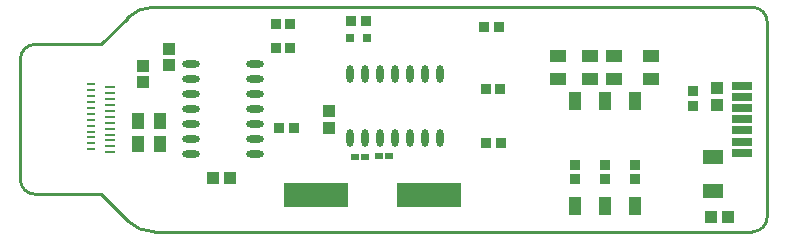
<source format=gtp>
G04*
G04 #@! TF.GenerationSoftware,Altium Limited,Altium Designer,22.6.1 (34)*
G04*
G04 Layer_Color=8421504*
%FSLAX44Y44*%
%MOMM*%
G71*
G04*
G04 #@! TF.SameCoordinates,26C179CA-CC13-4C43-A1D0-6E6A4FA8EE50*
G04*
G04*
G04 #@! TF.FilePolarity,Positive*
G04*
G01*
G75*
%ADD15C,0.2540*%
%ADD16R,5.5000X2.0000*%
%ADD17R,0.8500X0.9500*%
%ADD18R,1.7400X0.6400*%
%ADD19R,0.8000X0.2700*%
%ADD20R,0.9000X0.2700*%
%ADD21O,0.6000X1.5000*%
%ADD22O,1.5000X0.6000*%
%ADD23R,0.9500X0.8500*%
%ADD24R,0.6600X0.6200*%
%ADD25R,1.8000X1.1500*%
%ADD26R,1.0000X1.4500*%
%ADD27R,0.8000X0.8000*%
%ADD28R,1.1000X1.5000*%
%ADD29R,1.0000X1.0000*%
%ADD30R,1.0000X1.0000*%
%ADD31R,1.4500X1.0000*%
D15*
X627380Y145724D02*
G03*
X614680Y158424I-12700J0D01*
G01*
Y-31780D02*
G03*
X627380Y-19080I0J12700D01*
G01*
X86299Y-22800D02*
G03*
X107979Y-31780I21680J21680D01*
G01*
X107624Y158424D02*
G03*
X85943Y149443I0J-30661D01*
G01*
X63500Y-1D02*
G03*
X63500Y-0I0J0D01*
G01*
X63500Y-1D02*
G03*
X63500Y-0I0J0D01*
G01*
X-5080Y12700D02*
G03*
X7620Y0I12700J0D01*
G01*
Y127000D02*
G03*
X-5080Y114300I0J-12700D01*
G01*
X63500Y127000D02*
G03*
X63500Y127000I0J0D01*
G01*
X203110Y-31780D02*
X590505D01*
X193350Y158424D02*
X614680D01*
X590505Y-31780D02*
X614680D01*
X627380Y-19080D02*
Y145724D01*
X107979Y-31780D02*
X203110D01*
X63500Y-0D02*
X86299Y-22800D01*
X107624Y158424D02*
X193350D01*
X63500Y127000D02*
X85943Y149443D01*
X7620Y0D02*
X63500D01*
X-5080Y12700D02*
Y114300D01*
X7620Y127000D02*
X63500D01*
D16*
X245701Y-797D02*
D03*
X340701D02*
D03*
D17*
X287541Y147078D02*
D03*
X275041D02*
D03*
X214081Y56197D02*
D03*
X226581D02*
D03*
X387448Y141850D02*
D03*
X399948D02*
D03*
X389426Y43447D02*
D03*
X401926D02*
D03*
X388970Y88732D02*
D03*
X401470D02*
D03*
X223541Y144526D02*
D03*
X211041D02*
D03*
X223541Y123914D02*
D03*
X211041D02*
D03*
D18*
X605926Y92076D02*
D03*
Y82576D02*
D03*
Y73076D02*
D03*
Y63576D02*
D03*
Y54076D02*
D03*
Y44576D02*
D03*
Y35076D02*
D03*
D19*
X54882Y93092D02*
D03*
Y88092D02*
D03*
Y83092D02*
D03*
Y78092D02*
D03*
Y73092D02*
D03*
Y68092D02*
D03*
Y63092D02*
D03*
Y58092D02*
D03*
Y53092D02*
D03*
Y48092D02*
D03*
Y43092D02*
D03*
Y38092D02*
D03*
D20*
X70882Y35592D02*
D03*
Y40592D02*
D03*
Y45592D02*
D03*
Y50592D02*
D03*
Y55592D02*
D03*
Y60592D02*
D03*
Y65592D02*
D03*
Y70592D02*
D03*
Y75592D02*
D03*
Y80592D02*
D03*
Y85592D02*
D03*
Y90592D02*
D03*
D21*
X350059Y101416D02*
D03*
X337359D02*
D03*
X324659D02*
D03*
X311959D02*
D03*
X299259D02*
D03*
X286559D02*
D03*
X273859D02*
D03*
X350059Y47416D02*
D03*
X337359D02*
D03*
X324659D02*
D03*
X311959D02*
D03*
X299259D02*
D03*
X286559D02*
D03*
X273859D02*
D03*
D22*
X139878Y110035D02*
D03*
Y97335D02*
D03*
Y84635D02*
D03*
Y71935D02*
D03*
Y59235D02*
D03*
Y46535D02*
D03*
Y33835D02*
D03*
X193878Y110035D02*
D03*
Y97335D02*
D03*
Y84635D02*
D03*
Y71935D02*
D03*
Y59235D02*
D03*
Y46535D02*
D03*
Y33835D02*
D03*
D23*
X464652Y25124D02*
D03*
Y12624D02*
D03*
X564830Y74982D02*
D03*
Y87482D02*
D03*
X515452Y25124D02*
D03*
Y12624D02*
D03*
X490052Y25096D02*
D03*
Y12596D02*
D03*
D24*
X307422Y32161D02*
D03*
X298622D02*
D03*
X286859Y31851D02*
D03*
X278059D02*
D03*
D25*
X581404Y31786D02*
D03*
Y2786D02*
D03*
D26*
X113233Y62423D02*
D03*
X94233D02*
D03*
X113233Y42268D02*
D03*
X94233D02*
D03*
D27*
X273791Y132348D02*
D03*
X288791D02*
D03*
D28*
X515452Y-9670D02*
D03*
X490052D02*
D03*
X464652D02*
D03*
Y79330D02*
D03*
X490052D02*
D03*
X515452D02*
D03*
D29*
X120733Y109262D02*
D03*
Y123262D02*
D03*
X98733Y95012D02*
D03*
Y109012D02*
D03*
X256553Y70454D02*
D03*
Y56454D02*
D03*
X584708Y89886D02*
D03*
Y75886D02*
D03*
D30*
X594154Y-19080D02*
D03*
X580154D02*
D03*
X158128Y13554D02*
D03*
X172128D02*
D03*
D31*
X528750Y97933D02*
D03*
Y116933D02*
D03*
X497552Y116886D02*
D03*
Y97886D02*
D03*
X477265Y116824D02*
D03*
Y97824D02*
D03*
X449818Y116801D02*
D03*
Y97801D02*
D03*
M02*

</source>
